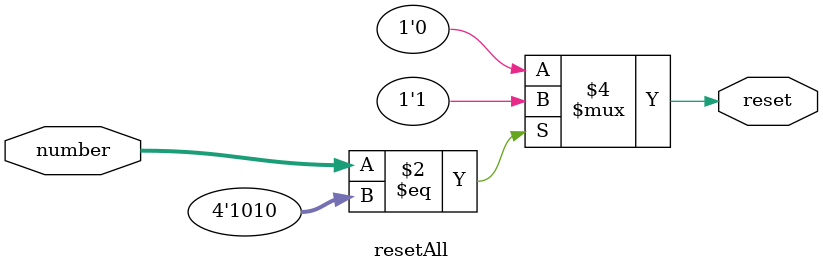
<source format=v>
module resetAll 
(
	input [3:0]number,
	output reg reset
);
//when C on keypad is pressed, reset variable is true
always @(number)
	if(number == 4'b1010) //'A'
		reset = 1;
	else
		reset = 0;
endmodule

</source>
